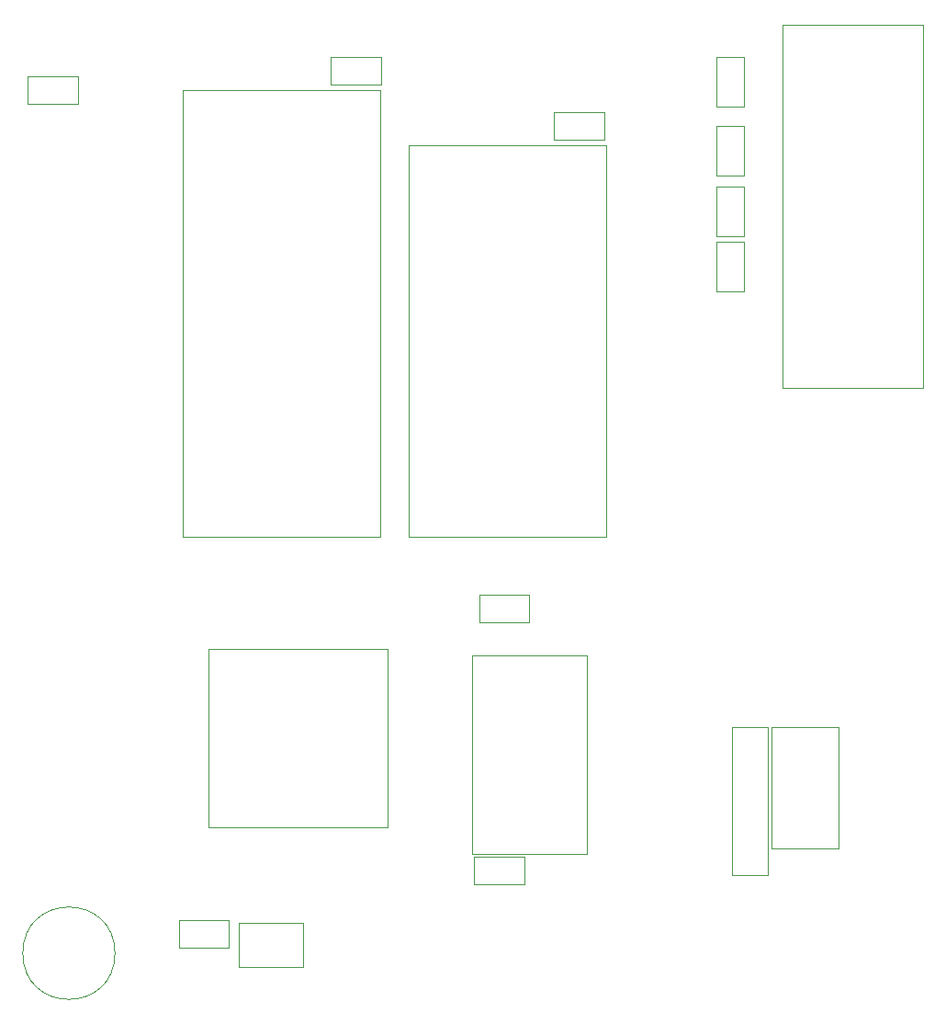
<source format=gbr>
%TF.GenerationSoftware,KiCad,Pcbnew,(5.1.10)-1*%
%TF.CreationDate,2024-12-04T14:35:01+01:00*%
%TF.ProjectId,BasicROM,42617369-6352-44f4-9d2e-6b696361645f,rev?*%
%TF.SameCoordinates,Original*%
%TF.FileFunction,Other,User*%
%FSLAX46Y46*%
G04 Gerber Fmt 4.6, Leading zero omitted, Abs format (unit mm)*
G04 Created by KiCad (PCBNEW (5.1.10)-1) date 2024-12-04 14:35:01*
%MOMM*%
%LPD*%
G01*
G04 APERTURE LIST*
%ADD10C,0.050000*%
G04 APERTURE END LIST*
D10*
%TO.C,U4*%
X133678000Y-113766000D02*
X133678000Y-132116000D01*
X133678000Y-132116000D02*
X144228000Y-132116000D01*
X144228000Y-132116000D02*
X144228000Y-113766000D01*
X144228000Y-113766000D02*
X133678000Y-113766000D01*
%TO.C,C7*%
X138464000Y-134854000D02*
X138464000Y-132354000D01*
X138464000Y-132354000D02*
X133864000Y-132354000D01*
X133864000Y-132354000D02*
X133864000Y-134854000D01*
X133864000Y-134854000D02*
X138464000Y-134854000D01*
%TO.C,C5*%
X156230000Y-75218000D02*
X158730000Y-75218000D01*
X158730000Y-75218000D02*
X158730000Y-70618000D01*
X158730000Y-70618000D02*
X156230000Y-70618000D01*
X156230000Y-70618000D02*
X156230000Y-75218000D01*
%TO.C,J2*%
X162251000Y-55708000D02*
X162251000Y-89188000D01*
X175251000Y-55708000D02*
X162251000Y-55708000D01*
X175251000Y-89188000D02*
X175251000Y-55708000D01*
X162251000Y-89188000D02*
X175251000Y-89188000D01*
%TO.C,C11*%
X156230000Y-75698000D02*
X156230000Y-80298000D01*
X158730000Y-75698000D02*
X156230000Y-75698000D01*
X158730000Y-80298000D02*
X158730000Y-75698000D01*
X156230000Y-80298000D02*
X158730000Y-80298000D01*
%TO.C,C10*%
X158730000Y-69590000D02*
X158730000Y-64990000D01*
X156230000Y-69590000D02*
X158730000Y-69590000D01*
X156230000Y-64990000D02*
X156230000Y-69590000D01*
X158730000Y-64990000D02*
X156230000Y-64990000D01*
%TO.C,C9*%
X158730000Y-63240000D02*
X158730000Y-58640000D01*
X156230000Y-63240000D02*
X158730000Y-63240000D01*
X156230000Y-58640000D02*
X156230000Y-63240000D01*
X158730000Y-58640000D02*
X156230000Y-58640000D01*
%TO.C,U1*%
X125852000Y-113162000D02*
X109352000Y-113162000D01*
X125852000Y-129662000D02*
X125852000Y-113162000D01*
X109352000Y-129662000D02*
X125852000Y-129662000D01*
X109352000Y-113162000D02*
X109352000Y-129662000D01*
%TO.C,C3*%
X145830000Y-66274000D02*
X145830000Y-63774000D01*
X145830000Y-63774000D02*
X141230000Y-63774000D01*
X141230000Y-63774000D02*
X141230000Y-66274000D01*
X141230000Y-66274000D02*
X145830000Y-66274000D01*
%TO.C,U3*%
X106958000Y-61696000D02*
X106958000Y-102896000D01*
X106958000Y-102896000D02*
X125158000Y-102896000D01*
X125158000Y-102896000D02*
X125158000Y-61696000D01*
X125158000Y-61696000D02*
X106958000Y-61696000D01*
%TO.C,U2*%
X127786000Y-66776000D02*
X127786000Y-102876000D01*
X127786000Y-102876000D02*
X145986000Y-102876000D01*
X145986000Y-102876000D02*
X145986000Y-66776000D01*
X145986000Y-66776000D02*
X127786000Y-66776000D01*
%TO.C,RN1*%
X157608000Y-134034000D02*
X160908000Y-134034000D01*
X160908000Y-134034000D02*
X160908000Y-120434000D01*
X160908000Y-120434000D02*
X157608000Y-120434000D01*
X157608000Y-120434000D02*
X157608000Y-134034000D01*
%TO.C,J1*%
X161268000Y-120374000D02*
X161268000Y-131574000D01*
X161268000Y-131574000D02*
X167418000Y-131574000D01*
X167418000Y-131574000D02*
X167418000Y-120374000D01*
X167418000Y-120374000D02*
X161268000Y-120374000D01*
%TO.C,D2*%
X118128000Y-142512000D02*
X118128000Y-138412000D01*
X118128000Y-138412000D02*
X112168000Y-138412000D01*
X112168000Y-138412000D02*
X112168000Y-142512000D01*
X112168000Y-142512000D02*
X118128000Y-142512000D01*
%TO.C,C8*%
X106646000Y-138196000D02*
X106646000Y-140696000D01*
X106646000Y-140696000D02*
X111246000Y-140696000D01*
X111246000Y-140696000D02*
X111246000Y-138196000D01*
X111246000Y-138196000D02*
X106646000Y-138196000D01*
%TO.C,C6*%
X100750000Y-141224000D02*
G75*
G03*
X100750000Y-141224000I-4250000J0D01*
G01*
%TO.C,C4*%
X125256000Y-61194000D02*
X125256000Y-58694000D01*
X125256000Y-58694000D02*
X120656000Y-58694000D01*
X120656000Y-58694000D02*
X120656000Y-61194000D01*
X120656000Y-61194000D02*
X125256000Y-61194000D01*
%TO.C,C2*%
X97316000Y-62972000D02*
X97316000Y-60472000D01*
X97316000Y-60472000D02*
X92716000Y-60472000D01*
X92716000Y-60472000D02*
X92716000Y-62972000D01*
X92716000Y-62972000D02*
X97316000Y-62972000D01*
%TO.C,C1*%
X134332000Y-108224000D02*
X134332000Y-110724000D01*
X134332000Y-110724000D02*
X138932000Y-110724000D01*
X138932000Y-110724000D02*
X138932000Y-108224000D01*
X138932000Y-108224000D02*
X134332000Y-108224000D01*
%TD*%
M02*

</source>
